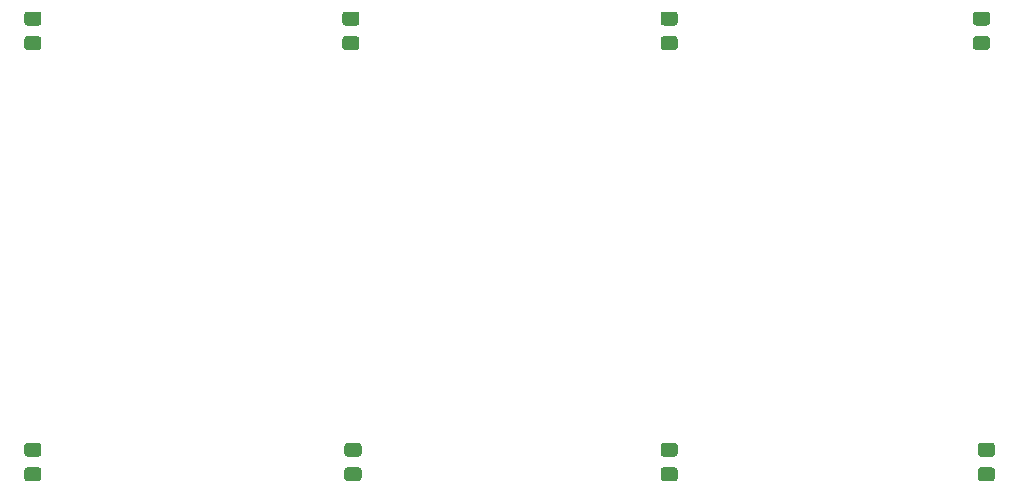
<source format=gbr>
%TF.GenerationSoftware,KiCad,Pcbnew,(5.1.8)-1*%
%TF.CreationDate,2021-07-13T09:26:45+05:30*%
%TF.ProjectId,rfsm,7266736d-2e6b-4696-9361-645f70636258,rev?*%
%TF.SameCoordinates,Original*%
%TF.FileFunction,Paste,Bot*%
%TF.FilePolarity,Positive*%
%FSLAX46Y46*%
G04 Gerber Fmt 4.6, Leading zero omitted, Abs format (unit mm)*
G04 Created by KiCad (PCBNEW (5.1.8)-1) date 2021-07-13 09:26:45*
%MOMM*%
%LPD*%
G01*
G04 APERTURE LIST*
G04 APERTURE END LIST*
%TO.C,C15*%
G36*
G01*
X39276000Y-79711300D02*
X40226000Y-79711300D01*
G75*
G02*
X40476000Y-79961300I0J-250000D01*
G01*
X40476000Y-80636300D01*
G75*
G02*
X40226000Y-80886300I-250000J0D01*
G01*
X39276000Y-80886300D01*
G75*
G02*
X39026000Y-80636300I0J250000D01*
G01*
X39026000Y-79961300D01*
G75*
G02*
X39276000Y-79711300I250000J0D01*
G01*
G37*
G36*
G01*
X39276000Y-77636300D02*
X40226000Y-77636300D01*
G75*
G02*
X40476000Y-77886300I0J-250000D01*
G01*
X40476000Y-78561300D01*
G75*
G02*
X40226000Y-78811300I-250000J0D01*
G01*
X39276000Y-78811300D01*
G75*
G02*
X39026000Y-78561300I0J250000D01*
G01*
X39026000Y-77886300D01*
G75*
G02*
X39276000Y-77636300I250000J0D01*
G01*
G37*
%TD*%
%TO.C,C16*%
G36*
G01*
X40226000Y-115323200D02*
X39276000Y-115323200D01*
G75*
G02*
X39026000Y-115073200I0J250000D01*
G01*
X39026000Y-114398200D01*
G75*
G02*
X39276000Y-114148200I250000J0D01*
G01*
X40226000Y-114148200D01*
G75*
G02*
X40476000Y-114398200I0J-250000D01*
G01*
X40476000Y-115073200D01*
G75*
G02*
X40226000Y-115323200I-250000J0D01*
G01*
G37*
G36*
G01*
X40226000Y-117398200D02*
X39276000Y-117398200D01*
G75*
G02*
X39026000Y-117148200I0J250000D01*
G01*
X39026000Y-116473200D01*
G75*
G02*
X39276000Y-116223200I250000J0D01*
G01*
X40226000Y-116223200D01*
G75*
G02*
X40476000Y-116473200I0J-250000D01*
G01*
X40476000Y-117148200D01*
G75*
G02*
X40226000Y-117398200I-250000J0D01*
G01*
G37*
%TD*%
%TO.C,C14*%
G36*
G01*
X66200000Y-79711300D02*
X67150000Y-79711300D01*
G75*
G02*
X67400000Y-79961300I0J-250000D01*
G01*
X67400000Y-80636300D01*
G75*
G02*
X67150000Y-80886300I-250000J0D01*
G01*
X66200000Y-80886300D01*
G75*
G02*
X65950000Y-80636300I0J250000D01*
G01*
X65950000Y-79961300D01*
G75*
G02*
X66200000Y-79711300I250000J0D01*
G01*
G37*
G36*
G01*
X66200000Y-77636300D02*
X67150000Y-77636300D01*
G75*
G02*
X67400000Y-77886300I0J-250000D01*
G01*
X67400000Y-78561300D01*
G75*
G02*
X67150000Y-78811300I-250000J0D01*
G01*
X66200000Y-78811300D01*
G75*
G02*
X65950000Y-78561300I0J250000D01*
G01*
X65950000Y-77886300D01*
G75*
G02*
X66200000Y-77636300I250000J0D01*
G01*
G37*
%TD*%
%TO.C,C13*%
G36*
G01*
X67327800Y-115323200D02*
X66377800Y-115323200D01*
G75*
G02*
X66127800Y-115073200I0J250000D01*
G01*
X66127800Y-114398200D01*
G75*
G02*
X66377800Y-114148200I250000J0D01*
G01*
X67327800Y-114148200D01*
G75*
G02*
X67577800Y-114398200I0J-250000D01*
G01*
X67577800Y-115073200D01*
G75*
G02*
X67327800Y-115323200I-250000J0D01*
G01*
G37*
G36*
G01*
X67327800Y-117398200D02*
X66377800Y-117398200D01*
G75*
G02*
X66127800Y-117148200I0J250000D01*
G01*
X66127800Y-116473200D01*
G75*
G02*
X66377800Y-116223200I250000J0D01*
G01*
X67327800Y-116223200D01*
G75*
G02*
X67577800Y-116473200I0J-250000D01*
G01*
X67577800Y-117148200D01*
G75*
G02*
X67327800Y-117398200I-250000J0D01*
G01*
G37*
%TD*%
%TO.C,C12*%
G36*
G01*
X93149400Y-79711300D02*
X94099400Y-79711300D01*
G75*
G02*
X94349400Y-79961300I0J-250000D01*
G01*
X94349400Y-80636300D01*
G75*
G02*
X94099400Y-80886300I-250000J0D01*
G01*
X93149400Y-80886300D01*
G75*
G02*
X92899400Y-80636300I0J250000D01*
G01*
X92899400Y-79961300D01*
G75*
G02*
X93149400Y-79711300I250000J0D01*
G01*
G37*
G36*
G01*
X93149400Y-77636300D02*
X94099400Y-77636300D01*
G75*
G02*
X94349400Y-77886300I0J-250000D01*
G01*
X94349400Y-78561300D01*
G75*
G02*
X94099400Y-78811300I-250000J0D01*
G01*
X93149400Y-78811300D01*
G75*
G02*
X92899400Y-78561300I0J250000D01*
G01*
X92899400Y-77886300D01*
G75*
G02*
X93149400Y-77636300I250000J0D01*
G01*
G37*
%TD*%
%TO.C,C11*%
G36*
G01*
X94099400Y-115323200D02*
X93149400Y-115323200D01*
G75*
G02*
X92899400Y-115073200I0J250000D01*
G01*
X92899400Y-114398200D01*
G75*
G02*
X93149400Y-114148200I250000J0D01*
G01*
X94099400Y-114148200D01*
G75*
G02*
X94349400Y-114398200I0J-250000D01*
G01*
X94349400Y-115073200D01*
G75*
G02*
X94099400Y-115323200I-250000J0D01*
G01*
G37*
G36*
G01*
X94099400Y-117398200D02*
X93149400Y-117398200D01*
G75*
G02*
X92899400Y-117148200I0J250000D01*
G01*
X92899400Y-116473200D01*
G75*
G02*
X93149400Y-116223200I250000J0D01*
G01*
X94099400Y-116223200D01*
G75*
G02*
X94349400Y-116473200I0J-250000D01*
G01*
X94349400Y-117148200D01*
G75*
G02*
X94099400Y-117398200I-250000J0D01*
G01*
G37*
%TD*%
%TO.C,C10*%
G36*
G01*
X119590800Y-79711300D02*
X120540800Y-79711300D01*
G75*
G02*
X120790800Y-79961300I0J-250000D01*
G01*
X120790800Y-80636300D01*
G75*
G02*
X120540800Y-80886300I-250000J0D01*
G01*
X119590800Y-80886300D01*
G75*
G02*
X119340800Y-80636300I0J250000D01*
G01*
X119340800Y-79961300D01*
G75*
G02*
X119590800Y-79711300I250000J0D01*
G01*
G37*
G36*
G01*
X119590800Y-77636300D02*
X120540800Y-77636300D01*
G75*
G02*
X120790800Y-77886300I0J-250000D01*
G01*
X120790800Y-78561300D01*
G75*
G02*
X120540800Y-78811300I-250000J0D01*
G01*
X119590800Y-78811300D01*
G75*
G02*
X119340800Y-78561300I0J250000D01*
G01*
X119340800Y-77886300D01*
G75*
G02*
X119590800Y-77636300I250000J0D01*
G01*
G37*
%TD*%
%TO.C,C9*%
G36*
G01*
X120960000Y-115323200D02*
X120010000Y-115323200D01*
G75*
G02*
X119760000Y-115073200I0J250000D01*
G01*
X119760000Y-114398200D01*
G75*
G02*
X120010000Y-114148200I250000J0D01*
G01*
X120960000Y-114148200D01*
G75*
G02*
X121210000Y-114398200I0J-250000D01*
G01*
X121210000Y-115073200D01*
G75*
G02*
X120960000Y-115323200I-250000J0D01*
G01*
G37*
G36*
G01*
X120960000Y-117398200D02*
X120010000Y-117398200D01*
G75*
G02*
X119760000Y-117148200I0J250000D01*
G01*
X119760000Y-116473200D01*
G75*
G02*
X120010000Y-116223200I250000J0D01*
G01*
X120960000Y-116223200D01*
G75*
G02*
X121210000Y-116473200I0J-250000D01*
G01*
X121210000Y-117148200D01*
G75*
G02*
X120960000Y-117398200I-250000J0D01*
G01*
G37*
%TD*%
M02*

</source>
